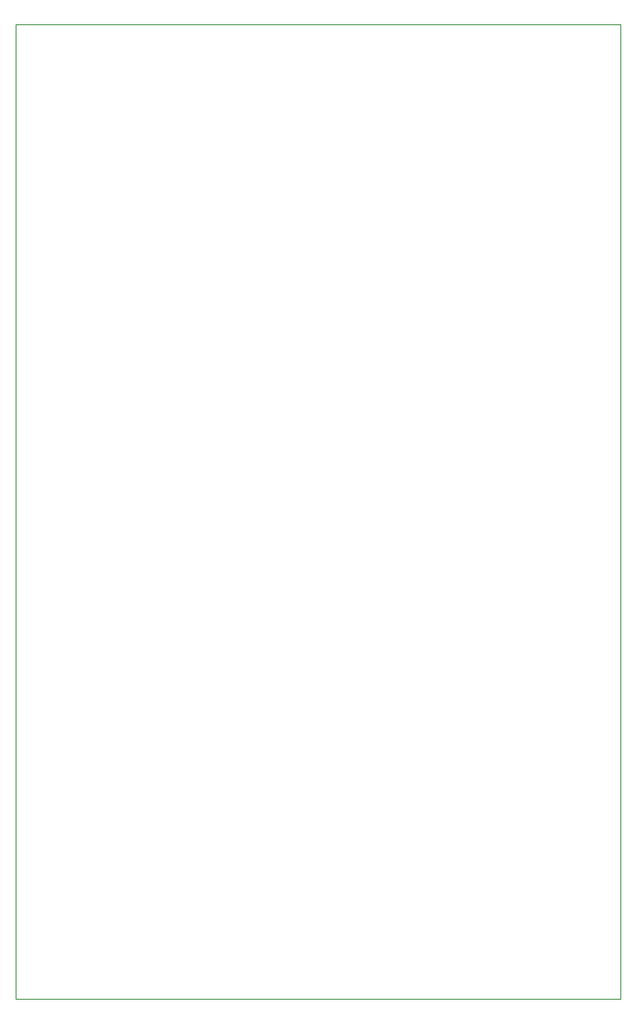
<source format=gm1>
G04 #@! TF.GenerationSoftware,KiCad,Pcbnew,(5.0.0-rc2-dev)*
G04 #@! TF.CreationDate,2020-06-18T08:20:37+03:00*
G04 #@! TF.ProjectId,DIYVCO3M,44495956434F334D2E6B696361645F70,rev?*
G04 #@! TF.SameCoordinates,PX5e69ec0PY81b3200*
G04 #@! TF.FileFunction,Profile,NP*
%FSLAX46Y46*%
G04 Gerber Fmt 4.6, Leading zero omitted, Abs format (unit mm)*
G04 Created by KiCad (PCBNEW (5.0.0-rc2-dev)) date Thu Jun 18 08:20:37 2020*
%MOMM*%
%LPD*%
G01*
G04 APERTURE LIST*
%ADD10C,0.100000*%
G04 APERTURE END LIST*
D10*
X0Y95000000D02*
X0Y0D01*
X59000000Y95000000D02*
X0Y95000000D01*
X59000000Y0D02*
X59000000Y95000000D01*
X0Y0D02*
X59000000Y0D01*
M02*

</source>
